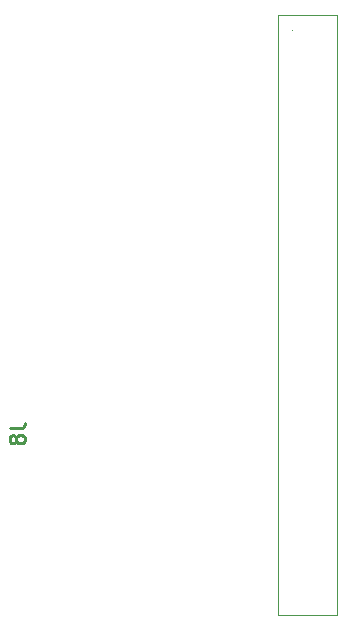
<source format=gbr>
G04 #@! TF.GenerationSoftware,KiCad,Pcbnew,5.1.5+dfsg1-2build2*
G04 #@! TF.CreationDate,2021-10-17T19:15:36+01:00*
G04 #@! TF.ProjectId,flight-controller,666c6967-6874-42d6-936f-6e74726f6c6c,rev?*
G04 #@! TF.SameCoordinates,Original*
G04 #@! TF.FileFunction,Legend,Bot*
G04 #@! TF.FilePolarity,Positive*
%FSLAX46Y46*%
G04 Gerber Fmt 4.6, Leading zero omitted, Abs format (unit mm)*
G04 Created by KiCad (PCBNEW 5.1.5+dfsg1-2build2) date 2021-10-17 19:15:36*
%MOMM*%
%LPD*%
G04 APERTURE LIST*
%ADD10C,0.100000*%
%ADD11C,0.254000*%
G04 APERTURE END LIST*
D10*
X143500000Y-51000000D02*
X143500000Y-51000000D01*
X143500000Y-51000000D02*
X143500000Y-51000000D01*
X143500000Y-51000000D02*
X143500000Y-51000000D01*
X143500000Y-51000000D02*
X143500000Y-51000000D01*
X142295000Y-100530000D02*
X147245000Y-100530000D01*
X142295000Y-49730000D02*
X142295000Y-100530000D01*
X147245000Y-49730000D02*
X142295000Y-49730000D01*
X147245000Y-100530000D02*
X147245000Y-49730000D01*
D11*
X119574523Y-84706666D02*
X120481666Y-84706666D01*
X120663095Y-84646190D01*
X120784047Y-84525238D01*
X120844523Y-84343809D01*
X120844523Y-84222857D01*
X120118809Y-85492857D02*
X120058333Y-85371904D01*
X119997857Y-85311428D01*
X119876904Y-85250952D01*
X119816428Y-85250952D01*
X119695476Y-85311428D01*
X119635000Y-85371904D01*
X119574523Y-85492857D01*
X119574523Y-85734761D01*
X119635000Y-85855714D01*
X119695476Y-85916190D01*
X119816428Y-85976666D01*
X119876904Y-85976666D01*
X119997857Y-85916190D01*
X120058333Y-85855714D01*
X120118809Y-85734761D01*
X120118809Y-85492857D01*
X120179285Y-85371904D01*
X120239761Y-85311428D01*
X120360714Y-85250952D01*
X120602619Y-85250952D01*
X120723571Y-85311428D01*
X120784047Y-85371904D01*
X120844523Y-85492857D01*
X120844523Y-85734761D01*
X120784047Y-85855714D01*
X120723571Y-85916190D01*
X120602619Y-85976666D01*
X120360714Y-85976666D01*
X120239761Y-85916190D01*
X120179285Y-85855714D01*
X120118809Y-85734761D01*
M02*

</source>
